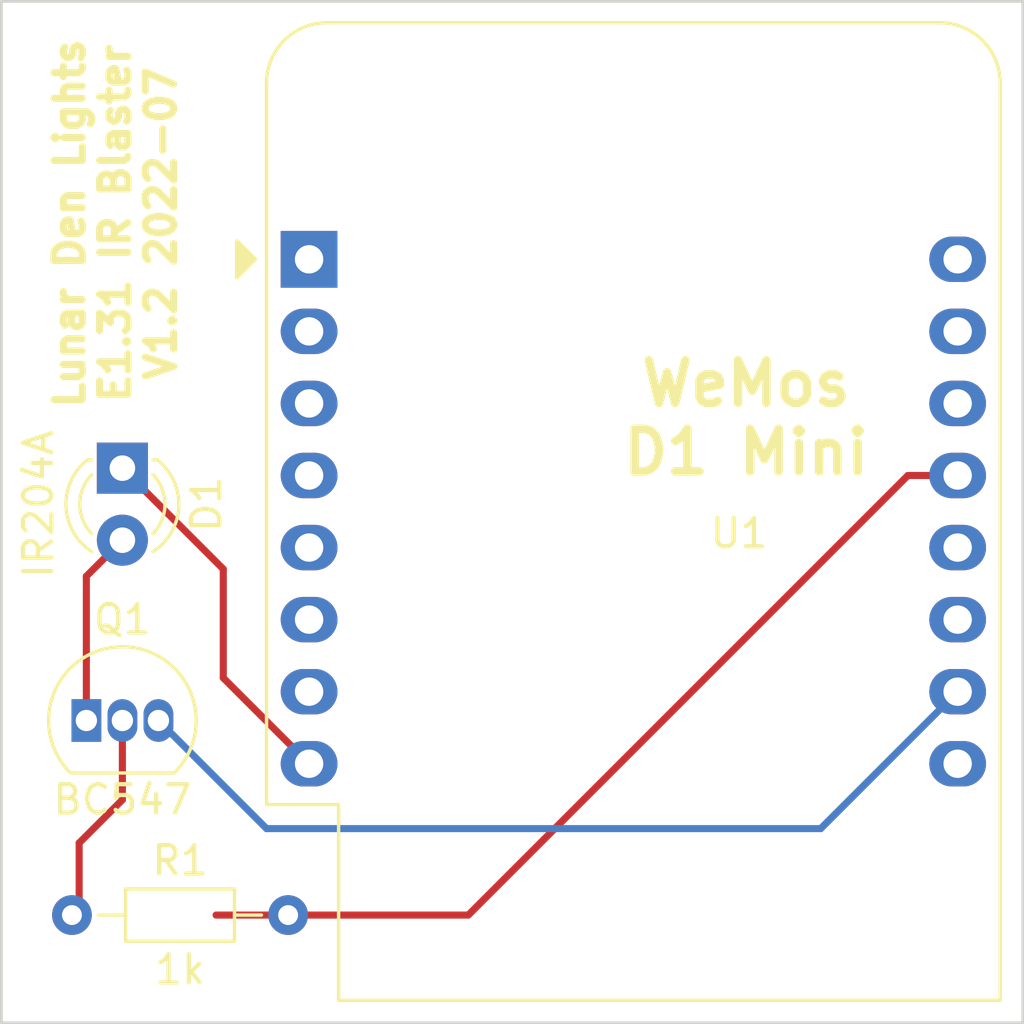
<source format=kicad_pcb>
(kicad_pcb (version 20211014) (generator pcbnew)
  (layers (0 "F.Cu" signal) (31 "B.Cu" power) (34 "B.Paste" user) (35 "F.Paste" user) (36 "B.SilkS" user "B.Silkscreen") (37 "F.SilkS" user "F.Silkscreen") (38 "B.Mask" user) (39 "F.Mask" user) (44 "Edge.Cuts" user))
  (net 0 "")
  (net 1 "Net-(R1-Pad2)")
  (net 10 "Net-(D1-Pad2)")
  (net 15 "Net-(Q1-Pad3)")
  (net 16 "Net-(D1-Pad1)")
  (net 17 "Net-(Q1-Pad2)")
  (footprint "LED_THT:LED_D3.0mm_IRBlack" (layer "F.Cu") (at 16.764 28.951 -90)
    (fp_text reference "D1" (at 1.27 -2.96 90) (layer "F.SilkS"))
    (fp_text value "IR204A" (at 1.27 2.96 90) (layer "F.SilkS"))
    (fp_line (start -0.29 1.08) (end -0.29 1.236) (layer "F.SilkS") (width 0.12))
    (fp_line (start -0.29 -1.236) (end -0.29 -1.08) (layer "F.SilkS") (width 0.12))
    (fp_arc (start -0.29 -1.235516) (mid 1.366487 -1.987659) (end 2.942335 -1.078608) (layer "F.SilkS") (width 0.12))
    (fp_arc (start 2.942335 1.078608) (mid 1.366487 1.987659) (end -0.29 1.235516) (layer "F.SilkS") (width 0.12))
    (fp_arc (start 0.229039 -1.08) (mid 1.270117 -1.5) (end 2.31113 -1.079837) (layer "F.SilkS") (width 0.12))
    (fp_arc (start 2.31113 1.079837) (mid 1.270117 1.5) (end 0.229039 1.08) (layer "F.SilkS") (width 0.12))
    (pad "1" thru_hole rect (at 0 0 270) (size 1.8 1.8) (drill 0.9) (layers *.Cu *.Mask) (net 16 "Net-(D1-Pad1)"))
    (pad "2" thru_hole circle (at 2.54 0 270) (size 1.8 1.8) (drill 0.9) (layers *.Cu *.Mask) (net 10 "Net-(D1-Pad2)"))
  )
  (footprint "Package_TO_SOT_THT:TO-92_Inline" (layer "F.Cu") (at 15.494 37.846)
    (fp_text reference "Q1" (at 1.27 -3.56) (layer "F.SilkS"))
    (fp_text value "BC547" (at 1.27 2.79) (layer "F.SilkS"))
    (fp_line (start -0.53 1.85) (end 3.07 1.85) (layer "F.SilkS") (width 0.12))
    (fp_arc (start 1.27 -2.6) (mid 3.672087 -0.994977) (end 3.108478 1.838478) (layer "F.SilkS") (width 0.12))
    (fp_arc (start -0.568478 1.838478) (mid -1.132087 -0.994977) (end 1.27 -2.6) (layer "F.SilkS") (width 0.12))
    (pad "1" thru_hole rect (at 0 0) (size 1.05 1.5) (drill 0.75) (layers *.Cu *.Mask) (net 10 "Net-(D1-Pad2)"))
    (pad "2" thru_hole oval (at 1.27 0) (size 1.05 1.5) (drill 0.75) (layers *.Cu *.Mask) (net 17 "Net-(Q1-Pad2)"))
    (pad "3" thru_hole oval (at 2.54 0) (size 1.05 1.5) (drill 0.75) (layers *.Cu *.Mask) (net 15 "Net-(Q1-Pad3)"))
  )
  (footprint "Module:WEMOS_D1_mini_light" (layer "F.Cu") (at 23.345 21.59)
    (fp_text reference "U1" (at 15.155 9.66) (layer "F.SilkS"))
    (fp_text value "WeMos_D1_mini")
    (fp_line (start 1.04 26.12) (end 24.36 26.12) (layer "F.SilkS") (width 0.12))
    (fp_line (start 1.04 19.22) (end 1.04 26.12) (layer "F.SilkS") (width 0.12))
    (fp_line (start 24.36 26.12) (end 24.36 -6.21) (layer "F.SilkS") (width 0.12))
    (fp_line (start -1.5 19.22) (end -1.5 -6.21) (layer "F.SilkS") (width 0.12))
    (fp_line (start 22.24 -8.34) (end 0.63 -8.34) (layer "F.SilkS") (width 0.12))
    (fp_line (start -1.5 19.22) (end 1.04 19.22) (layer "F.SilkS") (width 0.12))
    (fp_arc (start -1.5 -6.21) (mid -0.876137 -7.716137) (end 0.63 -8.34) (layer "F.SilkS") (width 0.12))
    (fp_arc (start 22.23 -8.34) (mid 23.736137 -7.716137) (end 24.36 -6.21) (layer "F.SilkS") (width 0.12))
    (fp_poly (pts (xy -2.54 -0.635) (xy -2.54 0.635) (xy -1.905 0)) (layer "F.SilkS") (width 0.15) (fill solid))
    (pad "1" thru_hole rect (at 0 0) (size 2 2) (drill 1) (layers *.Cu *.Mask))
    (pad "2" thru_hole oval (at 0 2.54) (size 2 1.6) (drill 1) (layers *.Cu *.Mask))
    (pad "3" thru_hole oval (at 0 5.08) (size 2 1.6) (drill 1) (layers *.Cu *.Mask))
    (pad "4" thru_hole oval (at 0 7.62) (size 2 1.6) (drill 1) (layers *.Cu *.Mask))
    (pad "5" thru_hole oval (at 0 10.16) (size 2 1.6) (drill 1) (layers *.Cu *.Mask))
    (pad "6" thru_hole oval (at 0 12.7) (size 2 1.6) (drill 1) (layers *.Cu *.Mask))
    (pad "7" thru_hole oval (at 0 15.24) (size 2 1.6) (drill 1) (layers *.Cu *.Mask))
    (pad "8" thru_hole oval (at 0 17.78) (size 2 1.6) (drill 1) (layers *.Cu *.Mask) (net 16 "Net-(D1-Pad1)"))
    (pad "9" thru_hole oval (at 22.86 17.78) (size 2 1.6) (drill 1) (layers *.Cu *.Mask))
    (pad "10" thru_hole oval (at 22.86 15.24) (size 2 1.6) (drill 1) (layers *.Cu *.Mask) (net 15 "Net-(Q1-Pad3)"))
    (pad "11" thru_hole oval (at 22.86 12.7) (size 2 1.6) (drill 1) (layers *.Cu *.Mask))
    (pad "12" thru_hole oval (at 22.86 10.16) (size 2 1.6) (drill 1) (layers *.Cu *.Mask))
    (pad "13" thru_hole oval (at 22.86 7.62) (size 2 1.6) (drill 1) (layers *.Cu *.Mask) (net 1 "Net-(R1-Pad2)"))
    (pad "14" thru_hole oval (at 22.86 5.08) (size 2 1.6) (drill 1) (layers *.Cu *.Mask))
    (pad "15" thru_hole oval (at 22.86 2.54) (size 2 1.6) (drill 1) (layers *.Cu *.Mask))
    (pad "16" thru_hole oval (at 22.86 0) (size 2 1.6) (drill 1) (layers *.Cu *.Mask))
  )
  (footprint "MountingHole:MountingHole_3.2mm_M3" (layer "F.Cu") (at 30 30)
    (fp_text reference "REF**" hide)
    (fp_text value "MountingHole_3.2mm_M3" hide)
    (pad "" np_thru_hole circle (at 0 0) (size 3.2 3.2) (drill 3.2) (layers *.Cu *.Mask))
  )
  (footprint "Resistor_THT:R_Axial_DIN0204_L3.6mm_D1.6mm_P7.62mm_Horizontal" (layer "F.Cu") (at 14.986 44.704)
    (fp_text reference "R1" (at 3.81 -1.92) (layer "F.SilkS"))
    (fp_text value "1k" (at 3.81 1.92) (layer "F.SilkS"))
    (fp_line (start 1.89 0.92) (end 5.73 0.92) (layer "F.SilkS") (width 0.12))
    (fp_line (start 5.73 0.92) (end 5.73 -0.92) (layer "F.SilkS") (width 0.12))
    (fp_line (start 6.68 0) (end 5.73 0) (layer "F.SilkS") (width 0.12))
    (fp_line (start 5.73 -0.92) (end 1.89 -0.92) (layer "F.SilkS") (width 0.12))
    (fp_line (start 1.89 -0.92) (end 1.89 0.92) (layer "F.SilkS") (width 0.12))
    (fp_line (start 0.94 0) (end 1.89 0) (layer "F.SilkS") (width 0.12))
    (pad "1" thru_hole circle (at 0 0) (size 1.4 1.4) (drill 0.7) (layers *.Cu *.Mask) (net 17 "Net-(Q1-Pad2)"))
    (pad "2" thru_hole oval (at 7.62 0) (size 1.4 1.4) (drill 0.7) (layers *.Cu *.Mask) (net 1 "Net-(R1-Pad2)"))
  )
  (gr_rect (start 12.5 12.5) (end 48.5 48.5) (layer "Edge.Cuts") (width 0.1) (fill none))
  (gr_text "WeMos\nD1 Mini" (at 38.75 27.178) (layer "F.SilkS") (effects (font (size 1.5 1.5) (thickness 0.3))))
  (gr_text "Lunar Den Lights\nE1.31 IR Blaster\nV1.2 2022-07" (at 16.51 20.32 90) (layer "F.SilkS") (effects (font (size 1 1) (thickness 0.25))))
  (segment (start 20.066 44.704) (end 28.956 44.704) (width 0.25) (layer "F.Cu") (net 1))
  (segment (start 28.956 44.704) (end 44.45 29.21) (width 0.25) (layer "F.Cu") (net 1))
  (segment (start 44.45 29.21) (end 46.205 29.21) (width 0.25) (layer "F.Cu") (net 1))
  (segment (start 15.494 37.846) (end 15.494 32.761) (width 0.25) (layer "F.Cu") (net 10))
  (segment (start 15.494 32.761) (end 16.764 31.491) (width 0.25) (layer "F.Cu") (net 10))
  (segment (start 21.844 41.656) (end 18.034 37.846) (width 0.25) (layer "B.Cu") (net 15))
  (segment (start 41.379 41.656) (end 21.844 41.656) (width 0.25) (layer "B.Cu") (net 15))
  (segment (start 46.205 36.83) (end 41.379 41.656) (width 0.25) (layer "B.Cu") (net 15))
  (segment (start 20.32 36.345) (end 20.32 32.507) (width 0.25) (layer "F.Cu") (net 16))
  (segment (start 20.32 32.507) (end 16.764 28.951) (width 0.25) (layer "F.Cu") (net 16))
  (segment (start 23.345 39.37) (end 20.32 36.345) (width 0.25) (layer "F.Cu") (net 16))
  (segment (start 15.24 42.164) (end 16.764 40.64) (width 0.25) (layer "F.Cu") (net 17))
  (segment (start 16.764 40.64) (end 16.764 37.846) (width 0.25) (layer "F.Cu") (net 17))
  (segment (start 14.986 44.704) (end 15.24 44.45) (width 0.25) (layer "F.Cu") (net 17))
  (segment (start 15.24 44.45) (end 15.24 42.164) (width 0.25) (layer "F.Cu") (net 17))
)
</source>
